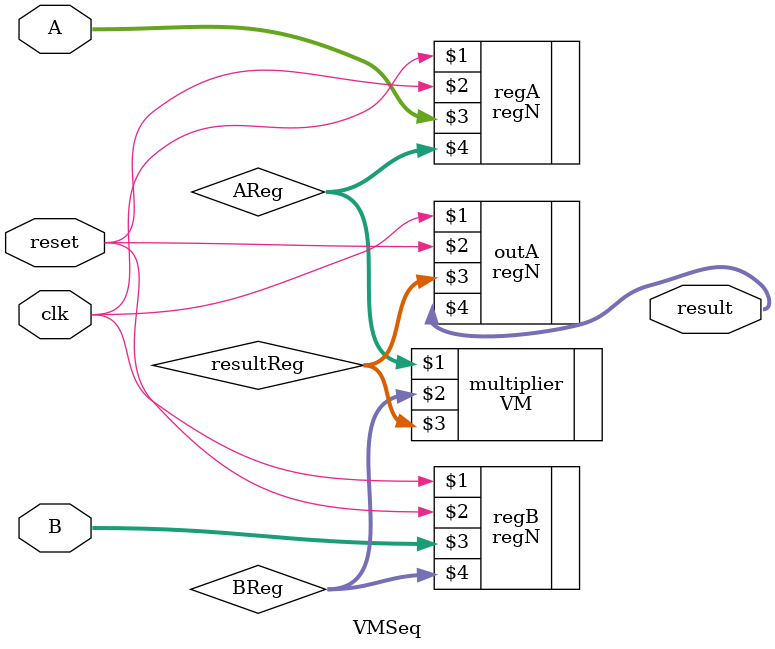
<source format=v>
module VMSeq(
    A,
    B,
    clk,
    reset,
    result
);
input clk, reset;
input [31:0] A,B;
output [63:0]  result;
wire [31:0] AReg;
wire [31:0] BReg;
wire [63:0] resultReg;
regN #(32) regA (
    clk,
    reset,
    A,
    AReg
);
regN #(32) regB (
    clk,
    reset,
    B,
    BReg
);
VM multiplier(
    AReg,
    BReg,
    resultReg
);
regN #(64) outA (
    clk,
    reset,
    resultReg[63:0],
    result[63:0]
);

endmodule
</source>
